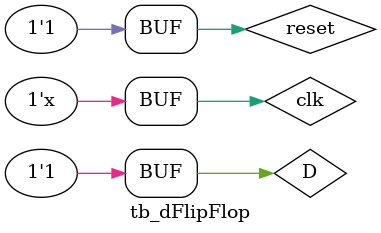
<source format=v>
module tb_dFlipFlop;
    reg D, clk, reset;
    wire Q;
    dFlipFlop FP(.D(D), .clk(clk), .reset(reset), .Q(Q));
    initial begin
        D = 1'b0;
        clk = 1'b0;
        reset = 1'b1;
        #5 D = 1'b1;
    end
    always@(clk) #5 clk <= ~clk;
endmodule
</source>
